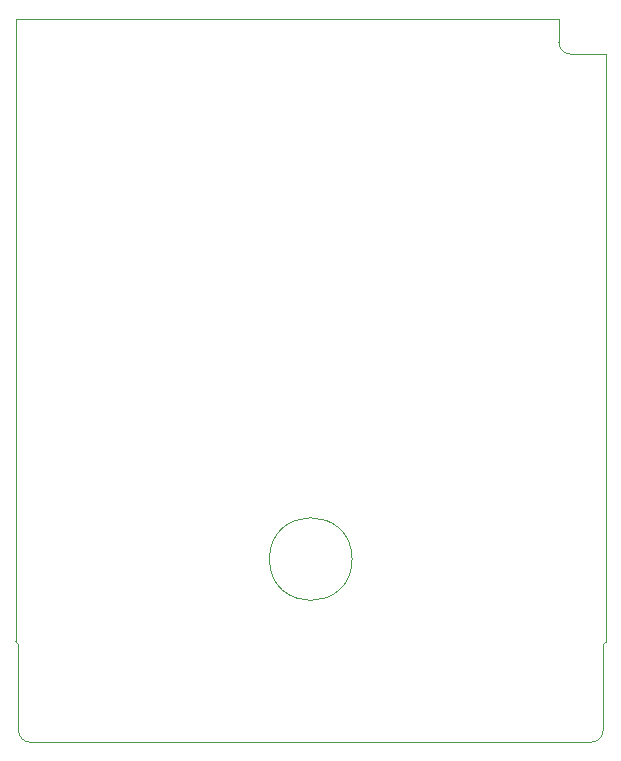
<source format=gbr>
%TF.GenerationSoftware,KiCad,Pcbnew,6.0.7-5.fc37*%
%TF.CreationDate,2022-11-14T12:33:57+01:00*%
%TF.ProjectId,GameboyTestCartridge,47616d65-626f-4795-9465-737443617274,rev?*%
%TF.SameCoordinates,PX9b72ec0PY876bf80*%
%TF.FileFunction,Profile,NP*%
%FSLAX46Y46*%
G04 Gerber Fmt 4.6, Leading zero omitted, Abs format (unit mm)*
G04 Created by KiCad (PCBNEW 6.0.7-5.fc37) date 2022-11-14 12:33:57*
%MOMM*%
%LPD*%
G01*
G04 APERTURE LIST*
%TA.AperFunction,Profile*%
%ADD10C,0.120000*%
%TD*%
G04 APERTURE END LIST*
D10*
%TO.C,J4*%
X46000000Y61250000D02*
X0Y61250000D01*
X0Y61250000D02*
X0Y8500000D01*
X50000000Y8500000D02*
X50000000Y58250000D01*
X250000Y1000000D02*
X250000Y8250000D01*
X1250000Y0D02*
X48750000Y0D01*
X49750000Y1000000D02*
X49750000Y8250000D01*
X50000000Y58250000D02*
X47000000Y58250000D01*
X46000000Y59250000D02*
X46000000Y61250000D01*
X48750000Y0D02*
G75*
G03*
X49750000Y1000000I0J1000000D01*
G01*
X50000000Y8500000D02*
G75*
G03*
X49750000Y8250000I750000J-1000000D01*
G01*
X250000Y8250000D02*
G75*
G03*
X0Y8500000I-1000047J-750047D01*
G01*
X46000000Y59250000D02*
G75*
G03*
X47000000Y58250000I1000000J0D01*
G01*
X250000Y1000000D02*
G75*
G03*
X1250000Y0I999999J-1D01*
G01*
X28500000Y15500000D02*
G75*
G03*
X28500000Y15500000I-3500000J0D01*
G01*
%TD*%
M02*

</source>
